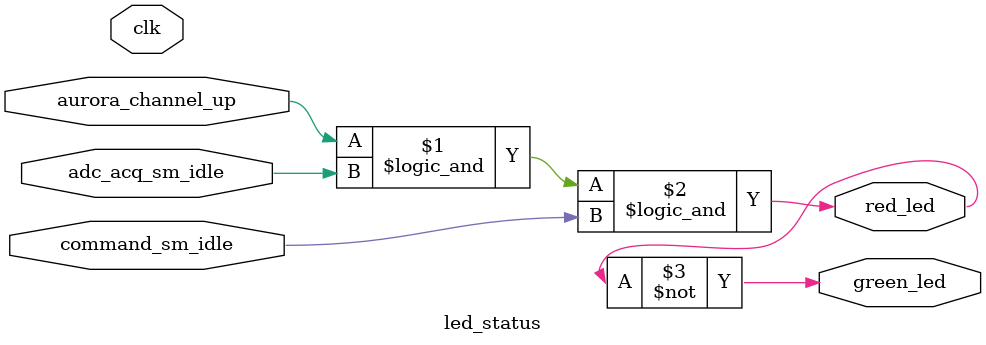
<source format=v>
`timescale 1ns / 1ps


module led_status (
  input  clk,
  output red_led,
  output green_led,
  input  aurora_channel_up,
  input  adc_acq_sm_idle,
  input  command_sm_idle
);

// the LEDs are active low:
//    0 = LED on
//    1 = LED off

// Assignments right now:
//    green LED is on when aurora link is up AND both the ADC acquisition and command state machines are idle
//              e.g., green means "ready"
//    red LED is on otherwise
//              e.g., red means "error" or "busy"

assign green_led = ~(aurora_channel_up && adc_acq_sm_idle && command_sm_idle);
assign red_led = ~green_led;

endmodule

</source>
